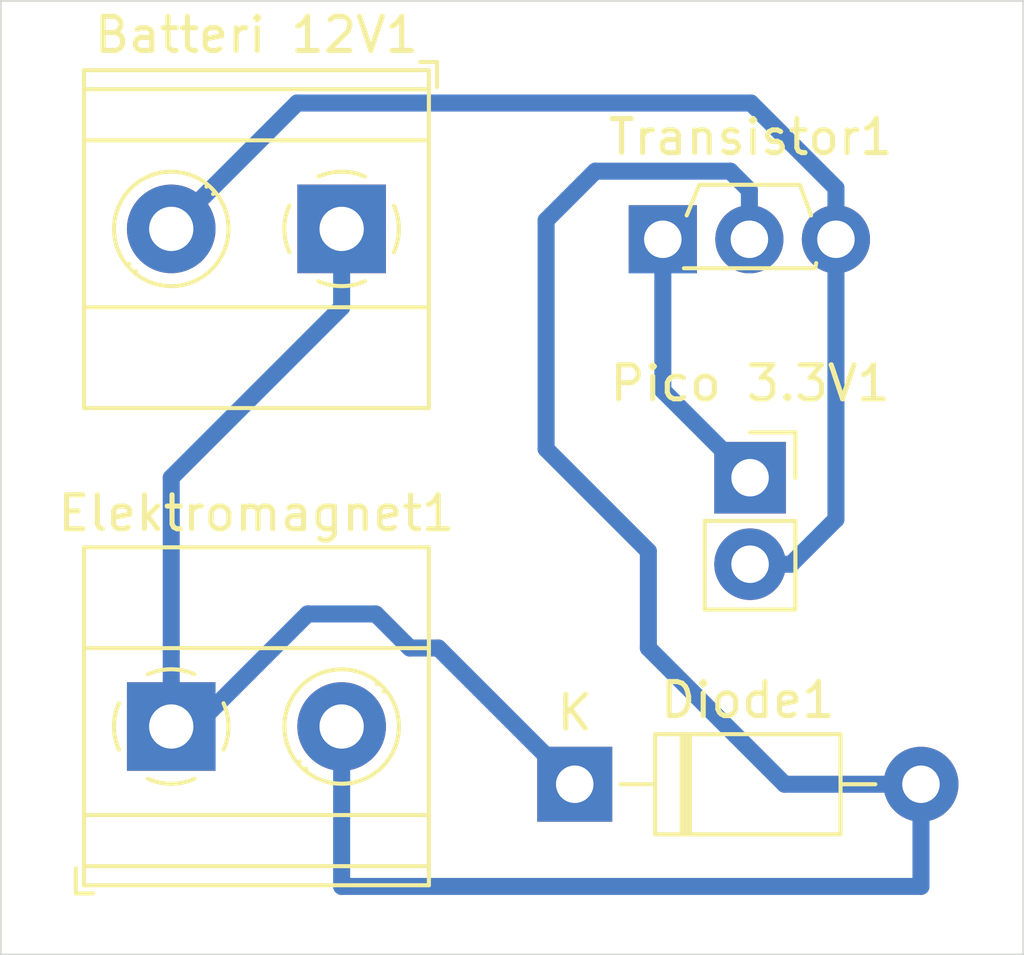
<source format=kicad_pcb>
(kicad_pcb (version 20240108) (generator "pcbnew") (generator_version "8.0")
  (layers (0 "F.Cu" signal) (31 "B.Cu" signal) (34 "B.Paste" user) (35 "F.Paste" user) (36 "B.SilkS" user "B.Silkscreen") (37 "F.SilkS" user "F.Silkscreen") (38 "B.Mask" user) (39 "F.Mask" user) (44 "Edge.Cuts" user))
  (net 0 "")
  (net 1 "Net-(Batteri 12V1-Pin_1)")
  (net 2 "Net-(Diode1-A)")
  (net 3 "Net-(Transistor1-S)")
  (net 4 "GND")
  (footprint "Package_TO_SOT_THT:TO-92S_Wide" (layer "F.Cu") (at 176.425 106)
    (property "Reference" "Transistor1" (at 2.575 -3 0) (layer "F.SilkS"))
    (property "Value" "2N7000")
    (fp_line (start 0.62 0.85) (end 4.47 0.85) (stroke (width 0.12)) (layer "F.SilkS"))
    (fp_line (start 1.07 -1.6) (end 0.7 -0.7) (stroke (width 0.12)) (layer "F.SilkS"))
    (fp_line (start 4.02 -1.6) (end 1.07 -1.6) (stroke (width 0.12)) (layer "F.SilkS"))
    (fp_line (start 4.35 -0.7) (end 4.02 -1.6) (stroke (width 0.12)) (layer "F.SilkS"))
    (fp_line (start 4.47 0.85) (end 4.5 0.7) (stroke (width 0.12)) (layer "F.SilkS"))
    (pad "1" thru_hole rect (at 0 0) (size 2 2) (drill 1.1) (layers "*.Cu" "*.Mask") (net 3 "Net-(Transistor1-S)"))
    (pad "2" thru_hole oval (at 2.54 0) (size 2 2) (drill 1.1) (layers "*.Cu" "*.Mask") (net 2 "Net-(Diode1-A)"))
    (pad "3" thru_hole oval (at 5.08 0) (size 2 2) (drill 1.1) (layers "*.Cu" "*.Mask") (net 4 "GND"))
  )
  (footprint "Connector_PinSocket_2.54mm:PinSocket_1x02_P2.54mm_Vertical" (layer "F.Cu") (at 178.985 113)
    (property "Reference" "Pico 3.3V1" (at 0 -2.77 0) (layer "F.SilkS"))
    (property "Value" "Conn_01x01_Pin" (hide yes))
    (fp_line (start -1.33 1.27) (end -1.33 3.87) (stroke (width 0.12)) (layer "F.SilkS"))
    (fp_line (start -1.33 1.27) (end 1.33 1.27) (stroke (width 0.12)) (layer "F.SilkS"))
    (fp_line (start -1.33 3.87) (end 1.33 3.87) (stroke (width 0.12)) (layer "F.SilkS"))
    (fp_line (start 0 -1.33) (end 1.33 -1.33) (stroke (width 0.12)) (layer "F.SilkS"))
    (fp_line (start 1.33 -1.33) (end 1.33 0) (stroke (width 0.12)) (layer "F.SilkS"))
    (fp_line (start 1.33 1.27) (end 1.33 3.87) (stroke (width 0.12)) (layer "F.SilkS"))
    (pad "1" thru_hole rect (at 0 0) (size 2.1 2.1) (drill 1.1) (layers "*.Cu" "*.Mask") (net 3 "Net-(Transistor1-S)"))
    (pad "2" thru_hole oval (at 0 2.54) (size 2.1 2.1) (drill 1.1) (layers "*.Cu" "*.Mask") (net 4 "GND"))
  )
  (footprint "Diode_THT:D_DO-41_SOD81_P10.16mm_Horizontal" (layer "F.Cu") (at 173.84 122)
    (property "Reference" "Diode1" (at 5.08 -2.47 0) (layer "F.SilkS"))
    (property "Value" "1N4001" (hide yes))
    (fp_line (start 1.34 0) (end 2.36 0) (stroke (width 0.12)) (layer "F.SilkS"))
    (fp_line (start 2.36 -1.47) (end 2.36 1.47) (stroke (width 0.12)) (layer "F.SilkS"))
    (fp_line (start 2.36 1.47) (end 7.8 1.47) (stroke (width 0.12)) (layer "F.SilkS"))
    (fp_line (start 3.14 -1.47) (end 3.14 1.47) (stroke (width 0.12)) (layer "F.SilkS"))
    (fp_line (start 3.26 -1.47) (end 3.26 1.47) (stroke (width 0.12)) (layer "F.SilkS"))
    (fp_line (start 3.38 -1.47) (end 3.38 1.47) (stroke (width 0.12)) (layer "F.SilkS"))
    (fp_line (start 7.8 -1.47) (end 2.36 -1.47) (stroke (width 0.12)) (layer "F.SilkS"))
    (fp_line (start 7.8 1.47) (end 7.8 -1.47) (stroke (width 0.12)) (layer "F.SilkS"))
    (fp_line (start 8.82 0) (end 7.8 0) (stroke (width 0.12)) (layer "F.SilkS"))
    (fp_text user "K" (at 0 -2.1 0) (layer "F.SilkS"))
    (pad "1" thru_hole rect (at 0 0) (size 2.2 2.2) (drill 1.1) (layers "*.Cu" "*.Mask") (net 1 "Net-(Batteri 12V1-Pin_1)"))
    (pad "2" thru_hole oval (at 10.16 0) (size 2.2 2.2) (drill 1.1) (layers "*.Cu" "*.Mask") (net 2 "Net-(Diode1-A)"))
  )
  (footprint "TerminalBlock_Phoenix:TerminalBlock_Phoenix_MKDS-1,5-2_1x02_P5.00mm_Horizontal" (layer "F.Cu") (at 167 105.695 180)
    (property "Reference" "Batteri 12V1" (at 2.5 5.695 0) (layer "F.SilkS"))
    (property "Value" "Screw_Terminal_01x02" (hide yes))
    (fp_line (start 7.56 -5.261) (end 7.56 4.66) (stroke (width 0.12)) (layer "F.SilkS"))
    (fp_line (start 6.275 -1.069) (end 6.228 -1.023) (stroke (width 0.12)) (layer "F.SilkS"))
    (fp_line (start 6.07 -1.275) (end 6.035 -1.239) (stroke (width 0.12)) (layer "F.SilkS"))
    (fp_line (start 3.966 1.239) (end 3.931 1.274) (stroke (width 0.12)) (layer "F.SilkS"))
    (fp_line (start 3.773 1.023) (end 3.726 1.069) (stroke (width 0.12)) (layer "F.SilkS"))
    (fp_line (start -2.56 4.66) (end 7.56 4.66) (stroke (width 0.12)) (layer "F.SilkS"))
    (fp_line (start -2.56 4.1) (end 7.56 4.1) (stroke (width 0.12)) (layer "F.SilkS"))
    (fp_line (start -2.56 2.6) (end 7.56 2.6) (stroke (width 0.12)) (layer "F.SilkS"))
    (fp_line (start -2.56 -2.301) (end 7.56 -2.301) (stroke (width 0.12)) (layer "F.SilkS"))
    (fp_line (start -2.56 -5.261) (end 7.56 -5.261) (stroke (width 0.12)) (layer "F.SilkS"))
    (fp_line (start -2.56 -5.261) (end -2.56 4.66) (stroke (width 0.12)) (layer "F.SilkS"))
    (fp_line (start -2.8 4.9) (end -2.3 4.9) (stroke (width 0.12)) (layer "F.SilkS"))
    (fp_line (start -2.8 4.16) (end -2.8 4.9) (stroke (width 0.12)) (layer "F.SilkS"))
    (fp_arc (start 1.535427 -0.683042) (mid 1.680501 0.000524) (end 1.535 0.684) (stroke (width 0.12)) (layer "F.SilkS"))
    (fp_arc (start 0.683318 1.534756) (mid 0.349292 1.643288) (end 0 1.68) (stroke (width 0.12)) (layer "F.SilkS"))
    (fp_arc (start 0.028805 1.680253) (mid -0.335551 1.646659) (end -0.684 1.535) (stroke (width 0.12)) (layer "F.SilkS"))
    (fp_arc (start -0.683042 -1.535427) (mid 0.000524 -1.680501) (end 0.684 -1.535) (stroke (width 0.12)) (layer "F.SilkS"))
    (fp_arc (start -1.535427 0.683042) (mid -1.680501 -0.000524) (end -1.535 -0.684) (stroke (width 0.12)) (layer "F.SilkS"))
    (fp_circle (center 5 0) (end 6.68 0) (stroke (width 0.12)) (fill none) (layer "F.SilkS"))
    (pad "1" thru_hole rect (at 0 0 180) (size 2.6 2.6) (drill 1.3) (layers "*.Cu" "*.Mask") (net 1 "Net-(Batteri 12V1-Pin_1)"))
    (pad "2" thru_hole circle (at 5 0 180) (size 2.6 2.6) (drill 1.3) (layers "*.Cu" "*.Mask") (net 4 "GND"))
  )
  (footprint "TerminalBlock_Phoenix:TerminalBlock_Phoenix_MKDS-1,5-2_1x02_P5.00mm_Horizontal" (layer "F.Cu") (at 162 120.305)
    (property "Reference" "Elektromagnet1" (at 2.5 -6.26 0) (layer "F.SilkS"))
    (property "Value" "L")
    (fp_line (start -2.8 4.16) (end -2.8 4.9) (stroke (width 0.12)) (layer "F.SilkS"))
    (fp_line (start -2.8 4.9) (end -2.3 4.9) (stroke (width 0.12)) (layer "F.SilkS"))
    (fp_line (start -2.56 -5.261) (end -2.56 4.66) (stroke (width 0.12)) (layer "F.SilkS"))
    (fp_line (start -2.56 -5.261) (end 7.56 -5.261) (stroke (width 0.12)) (layer "F.SilkS"))
    (fp_line (start -2.56 -2.301) (end 7.56 -2.301) (stroke (width 0.12)) (layer "F.SilkS"))
    (fp_line (start -2.56 2.6) (end 7.56 2.6) (stroke (width 0.12)) (layer "F.SilkS"))
    (fp_line (start -2.56 4.1) (end 7.56 4.1) (stroke (width 0.12)) (layer "F.SilkS"))
    (fp_line (start -2.56 4.66) (end 7.56 4.66) (stroke (width 0.12)) (layer "F.SilkS"))
    (fp_line (start 3.773 1.023) (end 3.726 1.069) (stroke (width 0.12)) (layer "F.SilkS"))
    (fp_line (start 3.966 1.239) (end 3.931 1.274) (stroke (width 0.12)) (layer "F.SilkS"))
    (fp_line (start 6.07 -1.275) (end 6.035 -1.239) (stroke (width 0.12)) (layer "F.SilkS"))
    (fp_line (start 6.275 -1.069) (end 6.228 -1.023) (stroke (width 0.12)) (layer "F.SilkS"))
    (fp_line (start 7.56 -5.261) (end 7.56 4.66) (stroke (width 0.12)) (layer "F.SilkS"))
    (fp_arc (start -1.535427 0.683042) (mid -1.680501 -0.000524) (end -1.535 -0.684) (stroke (width 0.12)) (layer "F.SilkS"))
    (fp_arc (start -0.683042 -1.535427) (mid 0.000524 -1.680501) (end 0.684 -1.535) (stroke (width 0.12)) (layer "F.SilkS"))
    (fp_arc (start 0.028805 1.680253) (mid -0.335551 1.646659) (end -0.684 1.535) (stroke (width 0.12)) (layer "F.SilkS"))
    (fp_arc (start 0.683318 1.534756) (mid 0.349292 1.643288) (end 0 1.68) (stroke (width 0.12)) (layer "F.SilkS"))
    (fp_arc (start 1.535427 -0.683042) (mid 1.680501 0.000524) (end 1.535 0.684) (stroke (width 0.12)) (layer "F.SilkS"))
    (fp_circle (center 5 0) (end 6.68 0) (stroke (width 0.12)) (fill none) (layer "F.SilkS"))
    (pad "1" thru_hole rect (at 0 0) (size 2.6 2.6) (drill 1.3) (layers "*.Cu" "*.Mask") (net 1 "Net-(Batteri 12V1-Pin_1)"))
    (pad "2" thru_hole circle (at 5 0) (size 2.6 2.6) (drill 1.3) (layers "*.Cu" "*.Mask") (net 2 "Net-(Diode1-A)"))
  )
  (gr_rect (start 157 99) (end 187 127) (stroke (width 0.05)) (fill none) (layer "Edge.Cuts"))
  (segment (start 166 117) (end 168 117) (width 0.5) (layer "B.Cu") (net 1))
  (segment (start 167 108) (end 162 113) (width 0.5) (layer "B.Cu") (net 1))
  (segment (start 167 105.695) (end 167 108) (width 0.5) (layer "B.Cu") (net 1))
  (segment (start 162.695 120.305) (end 166 117) (width 0.5) (layer "B.Cu") (net 1))
  (segment (start 162 113) (end 162 120.305) (width 0.5) (layer "B.Cu") (net 1))
  (segment (start 168 117) (end 169 118) (width 0.5) (layer "B.Cu") (net 1))
  (segment (start 162 120.305) (end 162.695 120.305) (width 0.5) (layer "B.Cu") (net 1))
  (segment (start 169 118) (end 169.84 118) (width 0.5) (layer "B.Cu") (net 1))
  (segment (start 169.84 118) (end 173.84 122) (width 0.5) (layer "B.Cu") (net 1))
  (segment (start 178.405 104) (end 174.445 104) (width 0.5) (layer "B.Cu") (net 2))
  (segment (start 174.445 104) (end 173 105.445) (width 0.5) (layer "B.Cu") (net 2))
  (segment (start 176 118) (end 180 122) (width 0.5) (layer "B.Cu") (net 2))
  (segment (start 178.965 104.56) (end 178.405 104) (width 0.5) (layer "B.Cu") (net 2))
  (segment (start 167 120.305) (end 167 125) (width 0.5) (layer "B.Cu") (net 2))
  (segment (start 184 125) (end 184 122) (width 0.5) (layer "B.Cu") (net 2))
  (segment (start 173 112.157153) (end 176 115.157153) (width 0.5) (layer "B.Cu") (net 2))
  (segment (start 173 105.445) (end 173 112.157153) (width 0.5) (layer "B.Cu") (net 2))
  (segment (start 180 122) (end 184 122) (width 0.5) (layer "B.Cu") (net 2))
  (segment (start 176 115.157153) (end 176 118) (width 0.5) (layer "B.Cu") (net 2))
  (segment (start 178.965 106) (end 178.965 104.56) (width 0.5) (layer "B.Cu") (net 2))
  (segment (start 167 125) (end 184 125) (width 0.5) (layer "B.Cu") (net 2))
  (segment (start 176.425 110.44) (end 176.425 106) (width 0.5) (layer "B.Cu") (net 3))
  (segment (start 178.985 113) (end 176.425 110.44) (width 0.5) (layer "B.Cu") (net 3))
  (segment (start 181.505 114.222081) (end 181.505 106) (width 0.5) (layer "B.Cu") (net 4))
  (segment (start 162 105.695) (end 165.695 102) (width 0.5) (layer "B.Cu") (net 4))
  (segment (start 181.505 104.495) (end 181.505 106) (width 0.5) (layer "B.Cu") (net 4))
  (segment (start 179.01 102) (end 181.505 104.495) (width 0.5) (layer "B.Cu") (net 4))
  (segment (start 178.985 115.54) (end 180.187081 115.54) (width 0.5) (layer "B.Cu") (net 4))
  (segment (start 165.695 102) (end 179.01 102) (width 0.5) (layer "B.Cu") (net 4))
  (segment (start 180.187081 115.54) (end 181.505 114.222081) (width 0.5) (layer "B.Cu") (net 4))
)
</source>
